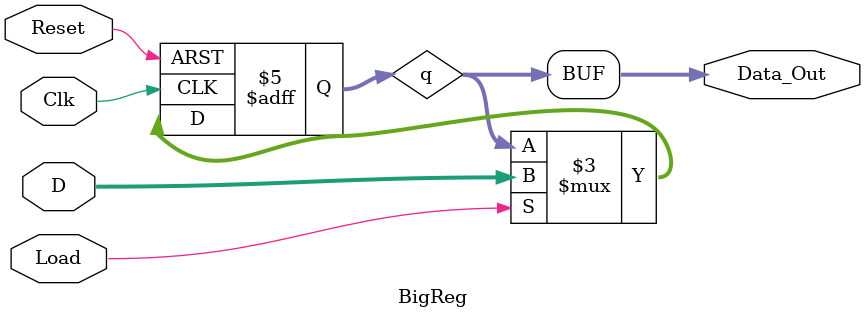
<source format=sv>
module BigReg(input  logic Clk, Reset, Load,
              input  logic [1407:0]  D,
              output logic [1407:0]  Data_Out);

				  logic [1407:0] q;
				  assign Data_Out = q;
always_ff @ (posedge Clk or posedge Reset)
    begin

	 	 if (Reset)
			  q <= 16'h0;
		 else if (Load)
			  q <= D;
		 else
			q <= Data_Out;

    end

endmodule

</source>
